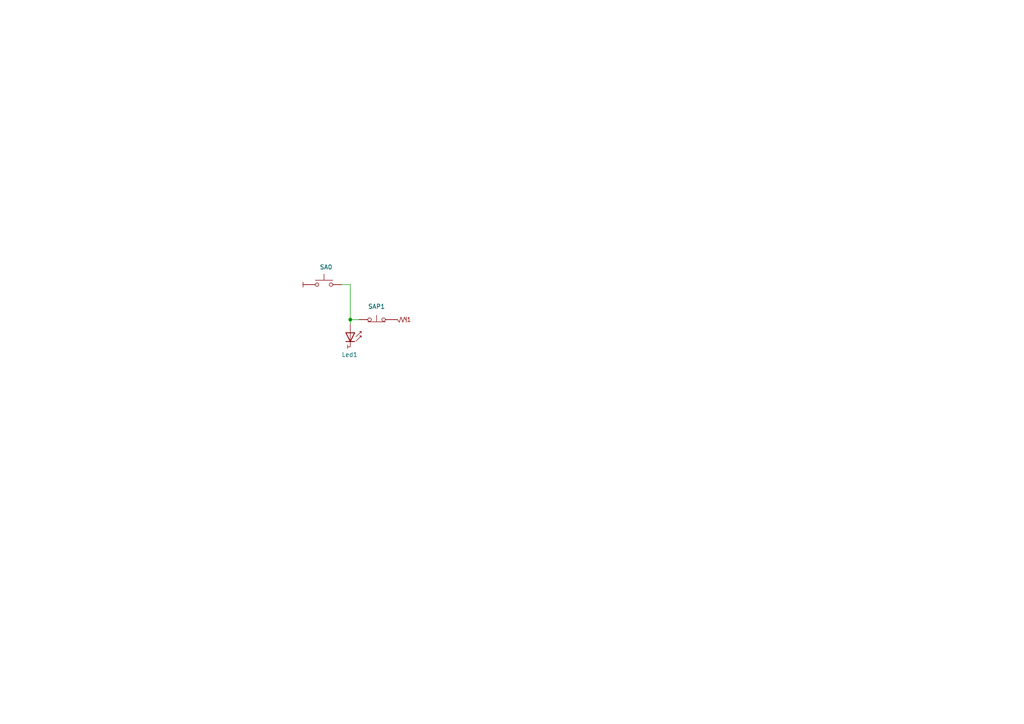
<source format=kicad_sch>
(kicad_sch (version 20230121) (generator eeschema)
  (paper "A4")
  (lib_symbols
    (symbol "Switch:SW_Push" (pin_numbers hide) (pin_names (offset 1.016) hide)
      (property "Reference" "SW" (at 1.27 2.54 0))
      (property "Value" "SW_Push" (at 0 -1.524 0))
      (symbol "SW_Push_0_1"
        (circle (center -2.032 0) (radius 0.508))
        (polyline (pts (xy 0 1.27) (xy 0 3.048)))
        (polyline (pts (xy 2.54 1.27) (xy -2.54 1.27)))
        (circle (center 2.032 0) (radius 0.508))
        (pin passive line (at -5.08 0 0) (length 2.54) (name "1") (number "1"))
        (pin passive line (at 5.08 0 180) (length 2.54) (name "2") (number "2"))
      )
    )
    (symbol "Switch:SW_Push_Open" (pin_numbers hide) (pin_names (offset 1.016) hide)
      (property "Reference" "SW" (at 0 2.54 0))
      (property "Value" "SW_Push_Open" (at 0 -1.905 0))
      (symbol "SW_Push_Open_0_1"
        (circle (center -2.032 0) (radius 0.508))
        (polyline (pts (xy -2.54 -0.635) (xy 2.54 -0.635)))
        (polyline (pts (xy 0 -0.635) (xy 0 1.27)))
        (circle (center 2.032 0) (radius 0.508))
        (pin passive line (at -5.08 0 0) (length 2.54) (name "A") (number "1"))
      )
      (symbol "SW_Push_Open_1_1"
        (pin passive line (at 5.08 0 180) (length 2.54) (name "B") (number "2"))
      )
    )
    (symbol "chip:GND" (power) (pin_numbers hide) (pin_names (offset 0) hide) (in_bom no) (on_board no)
      (property "Value" "GND" (at 0 0 0))
      (symbol "GND_0_1"
        (polyline (pts (xy -1.016 0.762) (xy -1.016 -0.762)))
      )
      (symbol "GND_1_1"
        (pin power_in line (at 0 0 180) (length 1) (name "gnd") (number "1"))
      )
    )
    (symbol "chip:LED" (pin_numbers hide) (pin_names (offset 1.016) hide)
      (property "Reference" "Led" (at 1.016 -2.286 0))
      (symbol "LED_0_1"
        (polyline (pts (xy 2.159 3.175) (xy 2.667 3.175)))
        (polyline (pts (xy 2.54 0) (xy 5.08 0)))
        (polyline (pts (xy 5.08 1.27) (xy 5.08 -1.27)) (stroke (width 0.254)))
        (polyline (pts (xy 3.683 1.651) (xy 2.159 3.175) (xy 2.159 2.667)))
        (polyline (pts (xy 6.096 -0.762) (xy 7.112 -0.762) (xy 6.858 -0.762)))
        (polyline (pts (xy 2.54 -1.27) (xy 5.08 0) (xy 2.54 1.27) (xy 2.54 -1.27)) (stroke (width 0.254)))
        (polyline (pts (xy 5.08 0) (xy 5.842 0) (xy 6.604 0) (xy 6.604 -0.762)))
        (polyline (pts (xy 4.953 1.651) (xy 3.429 3.175) (xy 3.429 2.667) (xy 3.429 3.175) (xy 3.937 3.175)))
      )
      (symbol "LED_1_1"
        (pin input line (at 0 0 0) (length 2.54) (name "IN") (number "1"))
      )
    )
    (symbol "chip:PULLUP" (pin_numbers hide) (pin_names (offset 0) hide)
      (symbol "PULLUP_0_1"
        (polyline (pts (xy -3.54 0) (xy -3.54 -0.762)))
        (polyline (pts (xy -1 0) (xy -1.508 0.762) (xy -2.016 -0.762) (xy -2.524 0.762) (xy -3.032 -0.762) (xy -3.286 0) (xy -3.54 0) (xy -3.54 0.762)))
      )
      (symbol "PULLUP_1_1"
        (text "1" (at -4.318 0 0) (effects (font (size 1.27 1.27))))
        (pin tri_state line (at 0 0 180) (length 1) (name "OUT") (number "1"))
      )
    )
  )
  (bus_alias "d" (members "D[0-7]"))
  (junction (at 101.6 92.71))
  (wire (pts (xy 99.06 82.55) (xy 101.6 82.55)))
  (wire (pts (xy 104.14 92.71) (xy 101.6 92.71)))
  (wire (pts (xy 101.6 82.55) (xy 101.6 92.71)))
  (wire (pts (xy 101.6 92.71) (xy 101.6 93.98)))
  (symbol (lib_id "chip:GND") (at 88.9 82.55 0) (unit 1) (in_bom no) (on_board no)
    (property "Reference" "#GND01" (effects hide))
    (property "Value" "GND" (at 88.9 82.55 0) (effects (font (size 0 0))))
  )
  (symbol (lib_id "chip:LED") (at 101.6 93.98 270) (unit 1)
    (property "Reference" "Led1" (at 99.06 102.87 90) (effects (justify left)))
  )
  (symbol (lib_id "Switch:SW_Push_Open") (at 109.22 92.71 0) (mirror y) (unit 1)
    (property "Reference" "SAP1" (at 109.22 88.9 0))
    (property "Value" "SW_Push_Open" (effects hide))
  )
  (symbol (lib_id "Switch:SW_Push") (at 93.98 82.55 0) (unit 1)
    (property "Reference" "SA0" (at 92.71 77.47 0) (effects (justify left)))
    (property "Value" "SW_Push" (effects hide))
  )
  (symbol (lib_id "chip:PULLUP") (at 114.3 92.71 180) (unit 1)
    (property "Reference" "pullup1" (effects hide))
    (property "Value" "pull_up" (effects hide))
  )
)
</source>
